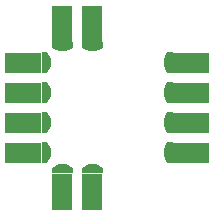
<source format=gbs>
G04 DipTrace 2.4.0.2*
%INFlexADCBufferAry.gbs*%
%MOMM*%
%ADD43R,1.75X2.082*%
%ADD44R,1.75X1.65*%
%ADD46R,2.082X1.75*%
%ADD48R,1.65X1.75*%
%FSLAX53Y53*%
G04*
G71*
G90*
G75*
G01*
%LNBotMask*%
%LPD*%
D48*
X23978Y21438D3*
Y18898D3*
Y16358D3*
Y13818D3*
G36*
X22703Y19773D2*
X23208D1*
Y18023D1*
X22703D1*
X22423Y18567D1*
Y19229D1*
X22703Y19773D1*
G37*
G36*
Y22313D2*
X23208D1*
Y20563D1*
X22703D1*
X22423Y21107D1*
Y21769D1*
X22703Y22313D1*
G37*
G36*
Y14693D2*
X23208D1*
Y12943D1*
X22703D1*
X22423Y13487D1*
Y14149D1*
X22703Y14693D1*
G37*
G36*
Y17233D2*
X23208D1*
Y15483D1*
X22703D1*
X22423Y16027D1*
Y16689D1*
X22703Y17233D1*
G37*
D46*
X25248Y13818D3*
Y16358D3*
Y18898D3*
Y21438D3*
D48*
X11278Y13818D3*
Y16358D3*
Y18898D3*
Y21438D3*
G36*
X12553Y15483D2*
X12048D1*
Y17233D1*
X12553D1*
X12833Y16689D1*
Y16027D1*
X12553Y15483D1*
G37*
G36*
Y12943D2*
X12048D1*
Y14693D1*
X12553D1*
X12833Y14149D1*
Y13487D1*
X12553Y12943D1*
G37*
G36*
Y20563D2*
X12048D1*
Y22313D1*
X12553D1*
X12833Y21769D1*
Y21107D1*
X12553Y20563D1*
G37*
G36*
Y18023D2*
X12048D1*
Y19773D1*
X12553D1*
X12833Y19229D1*
Y18567D1*
X12553Y18023D1*
G37*
D46*
X10008Y21438D3*
Y18898D3*
Y16358D3*
Y13818D3*
D44*
X16358Y11278D3*
X13818D3*
G36*
X14693Y12553D2*
Y12048D1*
X12943D1*
Y12553D1*
X13487Y12833D1*
X14149D1*
X14693Y12553D1*
G37*
G36*
X17233D2*
Y12048D1*
X15483D1*
Y12553D1*
X16027Y12833D1*
X16689D1*
X17233Y12553D1*
G37*
D43*
X16358Y10008D3*
X13818D3*
D44*
X16358Y23978D3*
X13818D3*
D43*
X16358Y25248D3*
X13818D3*
G36*
X12943Y22703D2*
Y23208D1*
X14693D1*
Y22703D1*
X14149Y22423D1*
X13487D1*
X12943Y22703D1*
G37*
G36*
X15483D2*
Y23203D1*
X17233D1*
Y22703D1*
X16689Y22423D1*
X16027D1*
X15483Y22703D1*
G37*
M02*

</source>
